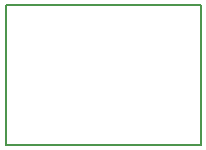
<source format=gbo>
G04 MADE WITH FRITZING*
G04 WWW.FRITZING.ORG*
G04 DOUBLE SIDED*
G04 HOLES PLATED*
G04 CONTOUR ON CENTER OF CONTOUR VECTOR*
%ASAXBY*%
%FSLAX23Y23*%
%MOIN*%
%OFA0B0*%
%SFA1.0B1.0*%
%ADD10R,0.655732X0.476260X0.639732X0.460260*%
%ADD11C,0.008000*%
%LNSILK0*%
G90*
G70*
G54D11*
X4Y472D02*
X652Y472D01*
X652Y4D01*
X4Y4D01*
X4Y472D01*
D02*
G04 End of Silk0*
M02*
</source>
